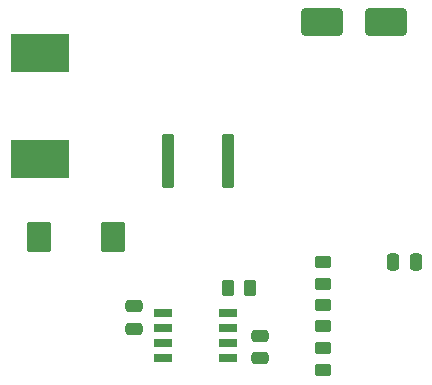
<source format=gtp>
G04 #@! TF.GenerationSoftware,KiCad,Pcbnew,7.0.5-0*
G04 #@! TF.CreationDate,2023-12-22T09:44:44-05:00*
G04 #@! TF.ProjectId,PierogiNixiePSU,50696572-6f67-4694-9e69-786965505355,rev?*
G04 #@! TF.SameCoordinates,Original*
G04 #@! TF.FileFunction,Paste,Top*
G04 #@! TF.FilePolarity,Positive*
%FSLAX46Y46*%
G04 Gerber Fmt 4.6, Leading zero omitted, Abs format (unit mm)*
G04 Created by KiCad (PCBNEW 7.0.5-0) date 2023-12-22 09:44:44*
%MOMM*%
%LPD*%
G01*
G04 APERTURE LIST*
G04 Aperture macros list*
%AMRoundRect*
0 Rectangle with rounded corners*
0 $1 Rounding radius*
0 $2 $3 $4 $5 $6 $7 $8 $9 X,Y pos of 4 corners*
0 Add a 4 corners polygon primitive as box body*
4,1,4,$2,$3,$4,$5,$6,$7,$8,$9,$2,$3,0*
0 Add four circle primitives for the rounded corners*
1,1,$1+$1,$2,$3*
1,1,$1+$1,$4,$5*
1,1,$1+$1,$6,$7*
1,1,$1+$1,$8,$9*
0 Add four rect primitives between the rounded corners*
20,1,$1+$1,$2,$3,$4,$5,0*
20,1,$1+$1,$4,$5,$6,$7,0*
20,1,$1+$1,$6,$7,$8,$9,0*
20,1,$1+$1,$8,$9,$2,$3,0*%
G04 Aperture macros list end*
%ADD10RoundRect,0.250000X0.262500X0.450000X-0.262500X0.450000X-0.262500X-0.450000X0.262500X-0.450000X0*%
%ADD11RoundRect,0.250000X-0.250000X-0.475000X0.250000X-0.475000X0.250000X0.475000X-0.250000X0.475000X0*%
%ADD12RoundRect,0.250000X0.300000X-2.050000X0.300000X2.050000X-0.300000X2.050000X-0.300000X-2.050000X0*%
%ADD13RoundRect,0.250000X0.475000X-0.250000X0.475000X0.250000X-0.475000X0.250000X-0.475000X-0.250000X0*%
%ADD14R,4.950000X3.175000*%
%ADD15R,1.550000X0.700000*%
%ADD16RoundRect,0.250000X-0.787500X-1.025000X0.787500X-1.025000X0.787500X1.025000X-0.787500X1.025000X0*%
%ADD17RoundRect,0.250000X0.450000X-0.262500X0.450000X0.262500X-0.450000X0.262500X-0.450000X-0.262500X0*%
%ADD18RoundRect,0.250000X1.500000X0.900000X-1.500000X0.900000X-1.500000X-0.900000X1.500000X-0.900000X0*%
%ADD19RoundRect,0.250000X-0.450000X0.262500X-0.450000X-0.262500X0.450000X-0.262500X0.450000X0.262500X0*%
G04 APERTURE END LIST*
D10*
X151612500Y-113600000D03*
X149787500Y-113600000D03*
D11*
X163750000Y-111400000D03*
X165650000Y-111400000D03*
D12*
X144720000Y-102875000D03*
X149800000Y-102875000D03*
D13*
X152500000Y-119550000D03*
X152500000Y-117650000D03*
D14*
X133800000Y-102707500D03*
X133800000Y-93692500D03*
D13*
X141800000Y-117050000D03*
X141800000Y-115150000D03*
D15*
X144275000Y-115695000D03*
X144275000Y-116965000D03*
X144275000Y-118235000D03*
X144275000Y-119505000D03*
X149725000Y-119505000D03*
X149725000Y-118235000D03*
X149725000Y-116965000D03*
X149725000Y-115695000D03*
D16*
X133787500Y-109300000D03*
X140012500Y-109300000D03*
D17*
X157800000Y-113212500D03*
X157800000Y-111387500D03*
D18*
X163100000Y-91100000D03*
X157700000Y-91100000D03*
D17*
X157800000Y-116812500D03*
X157800000Y-114987500D03*
D19*
X157800000Y-118687500D03*
X157800000Y-120512500D03*
M02*

</source>
